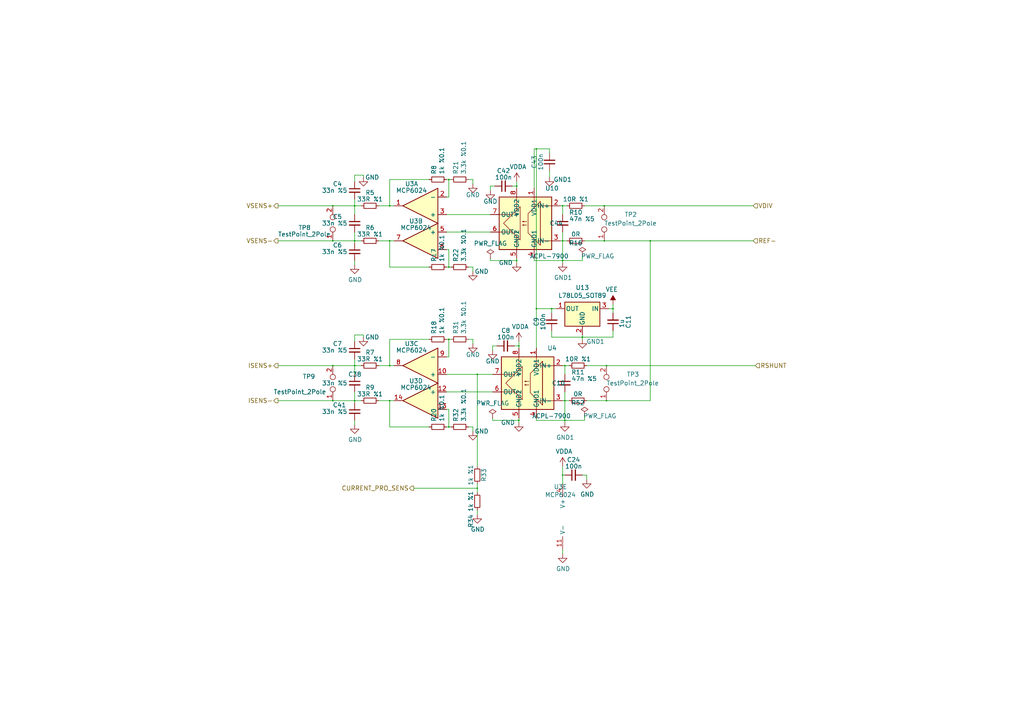
<source format=kicad_sch>
(kicad_sch (version 20200828) (generator eeschema)
  (page 2 8)
  (paper "A4")
  (lib_symbols
    (symbol "Connector:TestPoint_2Pole" (pin_names (offset 0.762) hide)
      (property "Reference" "TP" (at 0 1.524 0))
      (property "Value" "TestPoint_2Pole" (at 0 -1.778 0))
      (symbol "TestPoint_2Pole_0_1"
        (circle (center -1.778 0) (radius 0.762))
        (circle (center 1.778 0) (radius 0.762))
        (pin passive line (at -5.08 0 0) (length 2.54) (name "1") (number "1"))
        (pin passive line (at 5.08 0 180) (length 2.54) (name "2") (number "2"))
      )
    )
    (symbol "Connector:TestPoint_2Pole_1" (pin_names (offset 0.762) hide)
      (property "Reference" "TP" (at 0 1.524 0))
      (property "Value" "TestPoint_2Pole" (at 0 -1.778 0))
      (symbol "TestPoint_2Pole_1_0_1"
        (circle (center -1.778 0) (radius 0.762))
        (circle (center 1.778 0) (radius 0.762))
        (pin passive line (at -5.08 0 0) (length 2.54) (name "1") (number "1"))
        (pin passive line (at 5.08 0 180) (length 2.54) (name "2") (number "2"))
      )
    )
    (symbol "Connector:TestPoint_2Pole_2" (pin_names (offset 0.762) hide)
      (property "Reference" "TP" (at 0 1.524 0))
      (property "Value" "TestPoint_2Pole" (at 0 -1.778 0))
      (symbol "TestPoint_2Pole_2_0_1"
        (circle (center -1.778 0) (radius 0.762))
        (circle (center 1.778 0) (radius 0.762))
        (pin passive line (at -5.08 0 0) (length 2.54) (name "1") (number "1"))
        (pin passive line (at 5.08 0 180) (length 2.54) (name "2") (number "2"))
      )
    )
    (symbol "Connector:TestPoint_2Pole_4" (pin_names (offset 0.762) hide)
      (property "Reference" "TP" (at 0 1.524 0))
      (property "Value" "TestPoint_2Pole" (at 0 -1.778 0))
      (symbol "TestPoint_2Pole_4_0_1"
        (circle (center -1.778 0) (radius 0.762))
        (circle (center 1.778 0) (radius 0.762))
        (pin passive line (at -5.08 0 0) (length 2.54) (name "1") (number "1"))
        (pin passive line (at 5.08 0 180) (length 2.54) (name "2") (number "2"))
      )
    )
    (symbol "Device:C_Small" (pin_numbers hide) (pin_names (offset 0.254) hide)
      (property "Reference" "C" (at 0.254 1.778 0))
      (property "Value" "C_Small" (at 0.254 -2.032 0))
      (symbol "C_Small_0_1"
        (polyline (pts (xy -1.524 -0.508) (xy 1.524 -0.508)) (stroke (width 0.3302)))
        (polyline (pts (xy -1.524 0.508) (xy 1.524 0.508)) (stroke (width 0.3048)))
      )
      (symbol "C_Small_1_1"
        (pin passive line (at 0 2.54 270) (length 2.032) (name "~") (number "1"))
        (pin passive line (at 0 -2.54 90) (length 2.032) (name "~") (number "2"))
      )
    )
    (symbol "Device:C_Small_11" (pin_numbers hide) (pin_names (offset 0.254) hide)
      (property "Reference" "C" (at 0.254 1.778 0))
      (property "Value" "C_Small" (at 0.254 -2.032 0))
      (symbol "C_Small_11_0_1"
        (polyline (pts (xy -1.524 -0.508) (xy 1.524 -0.508)) (stroke (width 0.3302)))
        (polyline (pts (xy -1.524 0.508) (xy 1.524 0.508)) (stroke (width 0.3048)))
      )
      (symbol "C_Small_11_1_1"
        (pin passive line (at 0 2.54 270) (length 2.032) (name "~") (number "1"))
        (pin passive line (at 0 -2.54 90) (length 2.032) (name "~") (number "2"))
      )
    )
    (symbol "Device:C_Small_14" (pin_numbers hide) (pin_names (offset 0.254) hide)
      (property "Reference" "C" (at 0.254 1.778 0))
      (property "Value" "C_Small" (at 0.254 -2.032 0))
      (symbol "C_Small_14_0_1"
        (polyline (pts (xy -1.524 -0.508) (xy 1.524 -0.508)) (stroke (width 0.3302)))
        (polyline (pts (xy -1.524 0.508) (xy 1.524 0.508)) (stroke (width 0.3048)))
      )
      (symbol "C_Small_14_1_1"
        (pin passive line (at 0 2.54 270) (length 2.032) (name "~") (number "1"))
        (pin passive line (at 0 -2.54 90) (length 2.032) (name "~") (number "2"))
      )
    )
    (symbol "Device:C_Small_15" (pin_numbers hide) (pin_names (offset 0.254) hide)
      (property "Reference" "C" (at 0.254 1.778 0))
      (property "Value" "C_Small" (at 0.254 -2.032 0))
      (symbol "C_Small_15_0_1"
        (polyline (pts (xy -1.524 -0.508) (xy 1.524 -0.508)) (stroke (width 0.3302)))
        (polyline (pts (xy -1.524 0.508) (xy 1.524 0.508)) (stroke (width 0.3048)))
      )
      (symbol "C_Small_15_1_1"
        (pin passive line (at 0 2.54 270) (length 2.032) (name "~") (number "1"))
        (pin passive line (at 0 -2.54 90) (length 2.032) (name "~") (number "2"))
      )
    )
    (symbol "Device:C_Small_16" (pin_numbers hide) (pin_names (offset 0.254) hide)
      (property "Reference" "C" (at 0.254 1.778 0))
      (property "Value" "C_Small" (at 0.254 -2.032 0))
      (symbol "C_Small_16_0_1"
        (polyline (pts (xy -1.524 -0.508) (xy 1.524 -0.508)) (stroke (width 0.3302)))
        (polyline (pts (xy -1.524 0.508) (xy 1.524 0.508)) (stroke (width 0.3048)))
      )
      (symbol "C_Small_16_1_1"
        (pin passive line (at 0 2.54 270) (length 2.032) (name "~") (number "1"))
        (pin passive line (at 0 -2.54 90) (length 2.032) (name "~") (number "2"))
      )
    )
    (symbol "Device:C_Small_17" (pin_numbers hide) (pin_names (offset 0.254) hide)
      (property "Reference" "C" (at 0.254 1.778 0))
      (property "Value" "C_Small" (at 0.254 -2.032 0))
      (symbol "C_Small_17_0_1"
        (polyline (pts (xy -1.524 -0.508) (xy 1.524 -0.508)) (stroke (width 0.3302)))
        (polyline (pts (xy -1.524 0.508) (xy 1.524 0.508)) (stroke (width 0.3048)))
      )
      (symbol "C_Small_17_1_1"
        (pin passive line (at 0 2.54 270) (length 2.032) (name "~") (number "1"))
        (pin passive line (at 0 -2.54 90) (length 2.032) (name "~") (number "2"))
      )
    )
    (symbol "Device:C_Small_18" (pin_numbers hide) (pin_names (offset 0.254) hide)
      (property "Reference" "C" (at 0.254 1.778 0))
      (property "Value" "C_Small" (at 0.254 -2.032 0))
      (symbol "C_Small_18_0_1"
        (polyline (pts (xy -1.524 -0.508) (xy 1.524 -0.508)) (stroke (width 0.3302)))
        (polyline (pts (xy -1.524 0.508) (xy 1.524 0.508)) (stroke (width 0.3048)))
      )
      (symbol "C_Small_18_1_1"
        (pin passive line (at 0 2.54 270) (length 2.032) (name "~") (number "1"))
        (pin passive line (at 0 -2.54 90) (length 2.032) (name "~") (number "2"))
      )
    )
    (symbol "Device:C_Small_19" (pin_numbers hide) (pin_names (offset 0.254) hide)
      (property "Reference" "C" (at 0.254 1.778 0))
      (property "Value" "C_Small" (at 0.254 -2.032 0))
      (symbol "C_Small_19_0_1"
        (polyline (pts (xy -1.524 -0.508) (xy 1.524 -0.508)) (stroke (width 0.3302)))
        (polyline (pts (xy -1.524 0.508) (xy 1.524 0.508)) (stroke (width 0.3048)))
      )
      (symbol "C_Small_19_1_1"
        (pin passive line (at 0 2.54 270) (length 2.032) (name "~") (number "1"))
        (pin passive line (at 0 -2.54 90) (length 2.032) (name "~") (number "2"))
      )
    )
    (symbol "Device:C_Small_2" (pin_numbers hide) (pin_names (offset 0.254) hide)
      (property "Reference" "C" (at 0.254 1.778 0))
      (property "Value" "C_Small" (at 0.254 -2.032 0))
      (symbol "C_Small_2_0_1"
        (polyline (pts (xy -1.524 -0.508) (xy 1.524 -0.508)) (stroke (width 0.3302)))
        (polyline (pts (xy -1.524 0.508) (xy 1.524 0.508)) (stroke (width 0.3048)))
      )
      (symbol "C_Small_2_1_1"
        (pin passive line (at 0 2.54 270) (length 2.032) (name "~") (number "1"))
        (pin passive line (at 0 -2.54 90) (length 2.032) (name "~") (number "2"))
      )
    )
    (symbol "Device:C_Small_5" (pin_numbers hide) (pin_names (offset 0.254) hide)
      (property "Reference" "C" (at 0.254 1.778 0))
      (property "Value" "C_Small" (at 0.254 -2.032 0))
      (symbol "C_Small_5_0_1"
        (polyline (pts (xy -1.524 -0.508) (xy 1.524 -0.508)) (stroke (width 0.3302)))
        (polyline (pts (xy -1.524 0.508) (xy 1.524 0.508)) (stroke (width 0.3048)))
      )
      (symbol "C_Small_5_1_1"
        (pin passive line (at 0 2.54 270) (length 2.032) (name "~") (number "1"))
        (pin passive line (at 0 -2.54 90) (length 2.032) (name "~") (number "2"))
      )
    )
    (symbol "Device:C_Small_6" (pin_numbers hide) (pin_names (offset 0.254) hide)
      (property "Reference" "C" (at 0.254 1.778 0))
      (property "Value" "C_Small" (at 0.254 -2.032 0))
      (symbol "C_Small_6_0_1"
        (polyline (pts (xy -1.524 -0.508) (xy 1.524 -0.508)) (stroke (width 0.3302)))
        (polyline (pts (xy -1.524 0.508) (xy 1.524 0.508)) (stroke (width 0.3048)))
      )
      (symbol "C_Small_6_1_1"
        (pin passive line (at 0 2.54 270) (length 2.032) (name "~") (number "1"))
        (pin passive line (at 0 -2.54 90) (length 2.032) (name "~") (number "2"))
      )
    )
    (symbol "Device:C_Small_9" (pin_numbers hide) (pin_names (offset 0.254) hide)
      (property "Reference" "C" (at 0.254 1.778 0))
      (property "Value" "C_Small" (at 0.254 -2.032 0))
      (symbol "C_Small_9_0_1"
        (polyline (pts (xy -1.524 -0.508) (xy 1.524 -0.508)) (stroke (width 0.3302)))
        (polyline (pts (xy -1.524 0.508) (xy 1.524 0.508)) (stroke (width 0.3048)))
      )
      (symbol "C_Small_9_1_1"
        (pin passive line (at 0 2.54 270) (length 2.032) (name "~") (number "1"))
        (pin passive line (at 0 -2.54 90) (length 2.032) (name "~") (number "2"))
      )
    )
    (symbol "Device:R_Small" (pin_numbers hide) (pin_names (offset 0.254) hide)
      (property "Reference" "R" (at 0.762 0.508 0))
      (property "Value" "R_Small" (at 0.762 -1.016 0))
      (symbol "R_Small_0_1"
        (rectangle (start -0.762 1.778) (end 0.762 -1.778) (stroke (width 0.2032)))
      )
      (symbol "R_Small_1_1"
        (pin passive line (at 0 2.54 270) (length 0.762) (name "~") (number "1"))
        (pin passive line (at 0 -2.54 90) (length 0.762) (name "~") (number "2"))
      )
    )
    (symbol "Device:R_Small_15" (pin_numbers hide) (pin_names (offset 0.254) hide)
      (property "Reference" "R" (at 0.762 0.508 0))
      (property "Value" "R_Small" (at 0.762 -1.016 0))
      (symbol "R_Small_15_0_1"
        (rectangle (start -0.762 1.778) (end 0.762 -1.778) (stroke (width 0.2032)))
      )
      (symbol "R_Small_15_1_1"
        (pin passive line (at 0 2.54 270) (length 0.762) (name "~") (number "1"))
        (pin passive line (at 0 -2.54 90) (length 0.762) (name "~") (number "2"))
      )
    )
    (symbol "Device:R_Small_17" (pin_numbers hide) (pin_names (offset 0.254) hide)
      (property "Reference" "R" (at 0.762 0.508 0))
      (property "Value" "R_Small" (at 0.762 -1.016 0))
      (symbol "R_Small_17_0_1"
        (rectangle (start -0.762 1.778) (end 0.762 -1.778) (stroke (width 0.2032)))
      )
      (symbol "R_Small_17_1_1"
        (pin passive line (at 0 2.54 270) (length 0.762) (name "~") (number "1"))
        (pin passive line (at 0 -2.54 90) (length 0.762) (name "~") (number "2"))
      )
    )
    (symbol "Device:R_Small_3" (pin_numbers hide) (pin_names (offset 0.254) hide)
      (property "Reference" "R" (at 0.762 0.508 0))
      (property "Value" "R_Small" (at 0.762 -1.016 0))
      (symbol "R_Small_3_0_1"
        (rectangle (start -0.762 1.778) (end 0.762 -1.778) (stroke (width 0.2032)))
      )
      (symbol "R_Small_3_1_1"
        (pin passive line (at 0 2.54 270) (length 0.762) (name "~") (number "1"))
        (pin passive line (at 0 -2.54 90) (length 0.762) (name "~") (number "2"))
      )
    )
    (symbol "Regulator_Linear:L78L05_SOT89" (pin_names (offset 0.254))
      (property "Reference" "U" (at -3.81 3.175 0))
      (property "Value" "L78L05_SOT89" (at -0.635 3.175 0))
      (symbol "L78L05_SOT89_0_1"
        (rectangle (start -5.08 1.905) (end 5.08 -5.08) (stroke (width 0.254)) (fill (type background)))
      )
      (symbol "L78L05_SOT89_1_1"
        (pin power_out line (at 7.62 0 180) (length 2.54) (name "OUT") (number "1"))
        (pin power_in line (at 0 -7.62 90) (length 2.54) (name "GND") (number "2"))
        (pin power_in line (at -7.62 0 0) (length 2.54) (name "IN") (number "3"))
      )
    )
    (symbol "oe_opamp:ACPL-7900"
      (property "Reference" "U" (at 10.795 8.255 0))
      (property "Value" "ACPL-7900" (at 11.43 10.795 0))
      (symbol "ACPL-7900_0_1"
        (rectangle (start -7.62 6.35) (end 7.62 -8.89) (stroke (width 0.254)) (fill (type background)))
        (polyline (pts (xy -7.62 -6.35) (xy -4.318 -6.35)))
        (polyline (pts (xy -7.62 3.81) (xy -4.318 3.81)))
        (polyline (pts (xy -4.318 5.08) (xy -4.318 -7.62)))
        (polyline (pts (xy -4.064 -6.35) (xy -3.556 -6.35)))
        (polyline (pts (xy -4.064 3.81) (xy -3.556 3.81)))
        (polyline (pts (xy -3.81 4.064) (xy -3.81 3.556)))
        (polyline (pts (xy -2.54 -8.89) (xy -2.54 -5.842)))
        (polyline (pts (xy -2.54 6.35) (xy -2.54 3.302)))
        (polyline (pts (xy 2.54 -8.89) (xy 2.54 -5.08)))
        (polyline (pts (xy 2.54 6.35) (xy 2.54 2.54)))
        (polyline (pts (xy 2.794 1.524) (xy 2.794 1.016)))
        (polyline (pts (xy 3.048 -3.81) (xy 2.54 -3.81)))
        (polyline (pts (xy 3.048 1.27) (xy 2.54 1.27)))
        (polyline (pts (xy 7.62 -3.81) (xy 3.81 -3.81)))
        (polyline (pts (xy 7.62 1.27) (xy 3.81 1.27)))
        (polyline (pts (xy 6.35 -1.27) (xy 1.524 -6.096) (xy 1.524 3.556) (xy 6.35 -1.27)))
        (polyline (pts (xy -4.318 -7.62) (xy -0.762 -4.064) (xy -0.762 1.524) (xy -4.318 5.08) (xy -4.318 -7.62)))
        (polyline (pts (xy -0.381 -1.778) (xy 0.889 -1.778) (xy 0.508 -1.905) (xy 0.508 -1.651) (xy 0.889 -1.778)))
        (polyline (pts (xy -0.381 -0.762) (xy 0.889 -0.762) (xy 0.508 -0.889) (xy 0.508 -0.635) (xy 0.889 -0.762)))
      )
      (symbol "ACPL-7900_1_1"
        (pin power_in line (at -2.54 8.89 270) (length 2.54) (name "VDD1") (number "1"))
        (pin input line (at -10.16 3.81 0) (length 2.54) (name "IN+") (number "2"))
        (pin input line (at -10.16 -6.35 0) (length 2.54) (name "IN-") (number "3"))
        (pin power_in line (at -2.54 -11.43 90) (length 2.54) (name "GND1") (number "4"))
        (pin power_in line (at 2.54 -11.43 90) (length 2.54) (name "GND2") (number "5"))
        (pin output line (at 10.16 -3.81 180) (length 2.54) (name "OUT-") (number "6"))
        (pin output line (at 10.16 1.27 180) (length 2.54) (name "OUT+") (number "7"))
        (pin power_in line (at 2.54 8.89 270) (length 2.54) (name "VDD2") (number "8"))
      )
    )
    (symbol "oe_opamp:MCP6024"
      (property "Reference" "U" (at 5.08 6.985 0))
      (property "Value" "MCP6024" (at 4.445 8.89 0))
      (symbol "MCP6024_1_1"
        (polyline (pts (xy -4.445 5.08) (xy 5.715 0) (xy -4.445 -5.08) (xy -4.445 5.08)) (stroke (width 0.254)) (fill (type background)))
        (pin output line (at 8.255 0 180) (length 2.54) (name "~") (number "1"))
        (pin input line (at -6.985 -2.54 0) (length 2.54) (name "-") (number "2"))
        (pin input line (at -6.985 2.54 0) (length 2.54) (name "+") (number "3"))
      )
      (symbol "MCP6024_2_1"
        (polyline (pts (xy -4.445 5.08) (xy 5.715 0) (xy -4.445 -5.08) (xy -4.445 5.08)) (stroke (width 0.254)) (fill (type background)))
        (pin input line (at -6.985 2.54 0) (length 2.54) (name "+") (number "5"))
        (pin input line (at -6.985 -2.54 0) (length 2.54) (name "-") (number "6"))
        (pin output line (at 8.255 0 180) (length 2.54) (name "~") (number "7"))
      )
      (symbol "MCP6024_3_1"
        (polyline (pts (xy -4.445 5.08) (xy 5.715 0) (xy -4.445 -5.08) (xy -4.445 5.08)) (stroke (width 0.254)) (fill (type background)))
        (pin input line (at -6.985 2.54 0) (length 2.54) (name "+") (number "10"))
        (pin output line (at 8.255 0 180) (length 2.54) (name "~") (number "8"))
        (pin input line (at -6.985 -2.54 0) (length 2.54) (name "-") (number "9"))
      )
      (symbol "MCP6024_4_1"
        (polyline (pts (xy -4.445 5.08) (xy 5.715 0) (xy -4.445 -5.08) (xy -4.445 5.08)) (stroke (width 0.254)) (fill (type background)))
        (pin input line (at -6.985 2.54 0) (length 2.54) (name "+") (number "12"))
        (pin input line (at -6.985 -2.54 0) (length 2.54) (name "-") (number "13"))
        (pin output line (at 8.255 0 180) (length 2.54) (name "~") (number "14"))
      )
      (symbol "MCP6024_5_1"
        (pin power_in line (at 0 -8.89 90) (length 3.81) (name "V-") (number "11"))
        (pin power_in line (at 0 10.16 270) (length 3.81) (name "V+") (number "4"))
      )
    )
    (symbol "power:GND" (power) (pin_names (offset 0))
      (property "Value" "GND" (at 0 -3.81 0))
      (symbol "GND_0_1"
        (polyline (pts (xy 0 0) (xy 0 -1.27) (xy 1.27 -1.27) (xy 0 -2.54) (xy -1.27 -1.27) (xy 0 -1.27)))
      )
      (symbol "GND_1_1"
        (pin power_in line (at 0 0 270) (length 0) hide (name "GND") (number "1"))
      )
    )
    (symbol "power:GND1" (power) (pin_names (offset 0))
      (property "Value" "GND1" (at 0 -3.81 0))
      (symbol "GND1_0_1"
        (polyline (pts (xy 0 0) (xy 0 -1.27) (xy 1.27 -1.27) (xy 0 -2.54) (xy -1.27 -1.27) (xy 0 -1.27)))
      )
      (symbol "GND1_1_1"
        (pin power_in line (at 0 0 270) (length 0) hide (name "GND1") (number "1"))
      )
    )
    (symbol "power:PWR_FLAG" (power) (pin_numbers hide) (pin_names (offset 0) hide)
      (property "Value" "PWR_FLAG" (at 0 3.81 0))
      (symbol "PWR_FLAG_0_1"
        (polyline (pts (xy 0 0) (xy 0 1.27) (xy -1.016 1.905) (xy 0 2.54) (xy 1.016 1.905) (xy 0 1.27)))
      )
      (symbol "PWR_FLAG_0_0"
        (pin power_out line (at 0 0 90) (length 0) (name "pwr") (number "1"))
      )
    )
    (symbol "power:PWR_FLAG_1" (power) (pin_numbers hide) (pin_names (offset 0) hide)
      (property "Value" "PWR_FLAG" (at 0 3.81 0))
      (symbol "PWR_FLAG_1_0_1"
        (polyline (pts (xy 0 0) (xy 0 1.27) (xy -1.016 1.905) (xy 0 2.54) (xy 1.016 1.905) (xy 0 1.27)))
      )
      (symbol "PWR_FLAG_1_0_0"
        (pin power_out line (at 0 0 90) (length 0) (name "pwr") (number "1"))
      )
    )
    (symbol "power:PWR_FLAG_2" (power) (pin_numbers hide) (pin_names (offset 0) hide)
      (property "Value" "PWR_FLAG" (at 0 3.81 0))
      (symbol "PWR_FLAG_2_0_1"
        (polyline (pts (xy 0 0) (xy 0 1.27) (xy -1.016 1.905) (xy 0 2.54) (xy 1.016 1.905) (xy 0 1.27)))
      )
      (symbol "PWR_FLAG_2_0_0"
        (pin power_out line (at 0 0 90) (length 0) (name "pwr") (number "1"))
      )
    )
    (symbol "power:VDDA" (power) (pin_names (offset 0))
      (property "Value" "VDDA" (at 0 3.81 0))
      (symbol "VDDA_0_1"
        (polyline (pts (xy -0.762 1.27) (xy 0 2.54)))
        (polyline (pts (xy 0 0) (xy 0 2.54)))
        (polyline (pts (xy 0 2.54) (xy 0.762 1.27)))
      )
      (symbol "VDDA_1_1"
        (pin power_in line (at 0 0 90) (length 0) hide (name "VDDA") (number "1"))
      )
    )
    (symbol "power:VEE" (power) (pin_names (offset 0))
      (property "Value" "VEE" (at 0 3.81 0))
      (symbol "VEE_0_1"
        (polyline (pts (xy 0 0) (xy 0 2.54)))
        (polyline (pts (xy 0.762 1.27) (xy -0.762 1.27) (xy 0 2.54) (xy 0.762 1.27)) (fill (type outline)))
      )
      (symbol "VEE_1_1"
        (pin power_in line (at 0 0 90) (length 0) hide (name "VEE") (number "1"))
      )
    )
  )
  (junction (at 96.52 59.69) (diameter 0.3048))
  (junction (at 96.52 69.85) (diameter 0.3048))
  (junction (at 96.52 106.045) (diameter 0.3048))
  (junction (at 96.52 116.205) (diameter 0.3048))
  (junction (at 102.87 59.69) (diameter 0.3048))
  (junction (at 102.87 69.85) (diameter 0.3048))
  (junction (at 102.87 106.045) (diameter 0.3048))
  (junction (at 102.87 116.205) (diameter 0.3048))
  (junction (at 113.03 59.69) (diameter 0.3048))
  (junction (at 113.03 69.85) (diameter 0.3048))
  (junction (at 113.03 106.045) (diameter 0.3048))
  (junction (at 113.03 116.205) (diameter 0.3048))
  (junction (at 130.175 52.07) (diameter 0.3048))
  (junction (at 130.175 77.47) (diameter 0.3048))
  (junction (at 130.175 98.425) (diameter 0.3048))
  (junction (at 130.175 123.825) (diameter 0.3048))
  (junction (at 138.43 108.585) (diameter 0.3048))
  (junction (at 138.43 141.605) (diameter 0.3048))
  (junction (at 149.86 53.975) (diameter 0.3048))
  (junction (at 149.86 75.565) (diameter 0.3048))
  (junction (at 150.495 100.33) (diameter 0.3048))
  (junction (at 150.495 121.92) (diameter 0.3048))
  (junction (at 155.575 43.18) (diameter 0.3048))
  (junction (at 155.575 89.535) (diameter 0.3048))
  (junction (at 160.02 89.535) (diameter 0.3048))
  (junction (at 163.195 59.69) (diameter 0.3048))
  (junction (at 163.195 69.85) (diameter 0.3048))
  (junction (at 163.195 75.565) (diameter 0.3048))
  (junction (at 163.195 137.795) (diameter 0.3048))
  (junction (at 163.83 106.045) (diameter 0.3048))
  (junction (at 163.83 116.205) (diameter 0.3048))
  (junction (at 163.83 121.92) (diameter 0.3048))
  (junction (at 168.91 97.79) (diameter 0.3048))
  (junction (at 175.26 59.69) (diameter 0.3048))
  (junction (at 175.26 69.85) (diameter 0.3048))
  (junction (at 175.895 106.045) (diameter 0.3048))
  (junction (at 175.895 116.205) (diameter 0.3048))
  (junction (at 177.8 89.535) (diameter 0.3048))
  (junction (at 188.595 69.85) (diameter 0.3048))
  (wire (pts (xy 80.645 59.69) (xy 96.52 59.69)))
  (wire (pts (xy 80.645 69.85) (xy 96.52 69.85)))
  (wire (pts (xy 80.645 106.045) (xy 96.52 106.045)))
  (wire (pts (xy 80.645 116.205) (xy 96.52 116.205)))
  (wire (pts (xy 96.52 59.69) (xy 102.87 59.69)))
  (wire (pts (xy 96.52 69.85) (xy 102.87 69.85)))
  (wire (pts (xy 96.52 106.045) (xy 102.87 106.045)))
  (wire (pts (xy 96.52 116.205) (xy 102.87 116.205)))
  (wire (pts (xy 102.87 50.8) (xy 105.41 50.8)))
  (wire (pts (xy 102.87 52.705) (xy 102.87 50.8)))
  (wire (pts (xy 102.87 57.785) (xy 102.87 59.69)))
  (wire (pts (xy 102.87 59.69) (xy 102.87 62.23)))
  (wire (pts (xy 102.87 59.69) (xy 104.775 59.69)))
  (wire (pts (xy 102.87 67.31) (xy 102.87 69.85)))
  (wire (pts (xy 102.87 69.85) (xy 102.87 70.485)))
  (wire (pts (xy 102.87 69.85) (xy 104.775 69.85)))
  (wire (pts (xy 102.87 75.565) (xy 102.87 76.835)))
  (wire (pts (xy 102.87 97.155) (xy 105.41 97.155)))
  (wire (pts (xy 102.87 99.06) (xy 102.87 97.155)))
  (wire (pts (xy 102.87 104.14) (xy 102.87 106.045)))
  (wire (pts (xy 102.87 106.045) (xy 102.87 108.585)))
  (wire (pts (xy 102.87 106.045) (xy 104.775 106.045)))
  (wire (pts (xy 102.87 113.665) (xy 102.87 116.205)))
  (wire (pts (xy 102.87 116.205) (xy 102.87 116.84)))
  (wire (pts (xy 102.87 116.205) (xy 104.775 116.205)))
  (wire (pts (xy 102.87 121.92) (xy 102.87 123.19)))
  (wire (pts (xy 105.41 50.8) (xy 105.41 51.435)))
  (wire (pts (xy 105.41 97.155) (xy 105.41 97.79)))
  (wire (pts (xy 109.855 59.69) (xy 113.03 59.69)))
  (wire (pts (xy 109.855 69.85) (xy 113.03 69.85)))
  (wire (pts (xy 109.855 106.045) (xy 113.03 106.045)))
  (wire (pts (xy 109.855 116.205) (xy 113.03 116.205)))
  (wire (pts (xy 113.03 52.07) (xy 113.03 59.69)))
  (wire (pts (xy 113.03 59.69) (xy 114.3 59.69)))
  (wire (pts (xy 113.03 69.85) (xy 113.03 77.47)))
  (wire (pts (xy 113.03 69.85) (xy 114.3 69.85)))
  (wire (pts (xy 113.03 77.47) (xy 124.46 77.47)))
  (wire (pts (xy 113.03 98.425) (xy 113.03 106.045)))
  (wire (pts (xy 113.03 106.045) (xy 114.3 106.045)))
  (wire (pts (xy 113.03 116.205) (xy 113.03 123.825)))
  (wire (pts (xy 113.03 116.205) (xy 114.3 116.205)))
  (wire (pts (xy 113.03 123.825) (xy 124.46 123.825)))
  (wire (pts (xy 120.015 141.605) (xy 138.43 141.605)))
  (wire (pts (xy 124.46 52.07) (xy 113.03 52.07)))
  (wire (pts (xy 124.46 98.425) (xy 113.03 98.425)))
  (wire (pts (xy 129.54 57.15) (xy 130.175 57.15)))
  (wire (pts (xy 129.54 62.23) (xy 142.24 62.23)))
  (wire (pts (xy 129.54 67.31) (xy 142.24 67.31)))
  (wire (pts (xy 129.54 72.39) (xy 130.175 72.39)))
  (wire (pts (xy 129.54 103.505) (xy 130.175 103.505)))
  (wire (pts (xy 129.54 108.585) (xy 138.43 108.585)))
  (wire (pts (xy 129.54 113.665) (xy 142.875 113.665)))
  (wire (pts (xy 129.54 118.745) (xy 130.175 118.745)))
  (wire (pts (xy 130.175 52.07) (xy 129.54 52.07)))
  (wire (pts (xy 130.175 52.07) (xy 130.81 52.07)))
  (wire (pts (xy 130.175 57.15) (xy 130.175 52.07)))
  (wire (pts (xy 130.175 72.39) (xy 130.175 77.47)))
  (wire (pts (xy 130.175 77.47) (xy 129.54 77.47)))
  (wire (pts (xy 130.175 77.47) (xy 130.81 77.47)))
  (wire (pts (xy 130.175 98.425) (xy 129.54 98.425)))
  (wire (pts (xy 130.175 98.425) (xy 130.81 98.425)))
  (wire (pts (xy 130.175 103.505) (xy 130.175 98.425)))
  (wire (pts (xy 130.175 118.745) (xy 130.175 123.825)))
  (wire (pts (xy 130.175 123.825) (xy 129.54 123.825)))
  (wire (pts (xy 130.175 123.825) (xy 130.81 123.825)))
  (wire (pts (xy 135.89 52.07) (xy 137.16 52.07)))
  (wire (pts (xy 135.89 77.47) (xy 137.16 77.47)))
  (wire (pts (xy 135.89 98.425) (xy 137.16 98.425)))
  (wire (pts (xy 135.89 123.825) (xy 137.16 123.825)))
  (wire (pts (xy 137.16 52.07) (xy 137.16 53.34)))
  (wire (pts (xy 137.16 77.47) (xy 137.16 78.74)))
  (wire (pts (xy 137.16 98.425) (xy 137.16 99.695)))
  (wire (pts (xy 137.16 123.825) (xy 137.16 125.095)))
  (wire (pts (xy 138.43 108.585) (xy 138.43 135.255)))
  (wire (pts (xy 138.43 108.585) (xy 142.875 108.585)))
  (wire (pts (xy 138.43 140.335) (xy 138.43 141.605)))
  (wire (pts (xy 138.43 141.605) (xy 138.43 142.875)))
  (wire (pts (xy 138.43 147.955) (xy 138.43 149.225)))
  (wire (pts (xy 142.24 53.975) (xy 143.51 53.975)))
  (wire (pts (xy 142.24 55.245) (xy 142.24 53.975)))
  (wire (pts (xy 142.24 74.93) (xy 142.24 75.565)))
  (wire (pts (xy 142.24 75.565) (xy 149.86 75.565)))
  (wire (pts (xy 142.875 100.33) (xy 144.145 100.33)))
  (wire (pts (xy 142.875 101.6) (xy 142.875 100.33)))
  (wire (pts (xy 142.875 121.285) (xy 142.875 121.92)))
  (wire (pts (xy 142.875 121.92) (xy 150.495 121.92)))
  (wire (pts (xy 148.59 53.975) (xy 149.86 53.975)))
  (wire (pts (xy 149.225 100.33) (xy 150.495 100.33)))
  (wire (pts (xy 149.86 52.705) (xy 149.86 53.975)))
  (wire (pts (xy 149.86 53.975) (xy 149.86 54.61)))
  (wire (pts (xy 149.86 74.93) (xy 149.86 75.565)))
  (wire (pts (xy 149.86 75.565) (xy 149.86 76.2)))
  (wire (pts (xy 150.495 99.06) (xy 150.495 100.33)))
  (wire (pts (xy 150.495 100.33) (xy 150.495 100.965)))
  (wire (pts (xy 150.495 121.285) (xy 150.495 121.92)))
  (wire (pts (xy 150.495 121.92) (xy 150.495 122.555)))
  (wire (pts (xy 154.94 43.18) (xy 154.94 54.61)))
  (wire (pts (xy 154.94 43.18) (xy 155.575 43.18)))
  (wire (pts (xy 154.94 74.93) (xy 154.94 75.565)))
  (wire (pts (xy 154.94 75.565) (xy 163.195 75.565)))
  (wire (pts (xy 155.575 43.18) (xy 155.575 89.535)))
  (wire (pts (xy 155.575 43.18) (xy 159.385 43.18)))
  (wire (pts (xy 155.575 89.535) (xy 155.575 100.965)))
  (wire (pts (xy 155.575 89.535) (xy 160.02 89.535)))
  (wire (pts (xy 155.575 121.285) (xy 155.575 121.92)))
  (wire (pts (xy 155.575 121.92) (xy 163.83 121.92)))
  (wire (pts (xy 159.385 43.18) (xy 159.385 44.45)))
  (wire (pts (xy 159.385 51.435) (xy 159.385 49.53)))
  (wire (pts (xy 160.02 89.535) (xy 160.02 90.805)))
  (wire (pts (xy 160.02 89.535) (xy 161.29 89.535)))
  (wire (pts (xy 160.02 97.79) (xy 160.02 95.885)))
  (wire (pts (xy 162.56 59.69) (xy 163.195 59.69)))
  (wire (pts (xy 162.56 69.85) (xy 163.195 69.85)))
  (wire (pts (xy 163.195 59.69) (xy 163.195 62.23)))
  (wire (pts (xy 163.195 59.69) (xy 164.465 59.69)))
  (wire (pts (xy 163.195 67.31) (xy 163.195 69.85)))
  (wire (pts (xy 163.195 69.85) (xy 164.465 69.85)))
  (wire (pts (xy 163.195 75.565) (xy 163.195 69.85)))
  (wire (pts (xy 163.195 75.565) (xy 163.195 76.2)))
  (wire (pts (xy 163.195 75.565) (xy 168.91 75.565)))
  (wire (pts (xy 163.195 106.045) (xy 163.83 106.045)))
  (wire (pts (xy 163.195 116.205) (xy 163.83 116.205)))
  (wire (pts (xy 163.195 135.255) (xy 163.195 137.795)))
  (wire (pts (xy 163.195 137.795) (xy 163.195 140.335)))
  (wire (pts (xy 163.195 137.795) (xy 163.83 137.795)))
  (wire (pts (xy 163.195 159.385) (xy 163.195 160.655)))
  (wire (pts (xy 163.83 106.045) (xy 163.83 108.585)))
  (wire (pts (xy 163.83 106.045) (xy 165.1 106.045)))
  (wire (pts (xy 163.83 113.665) (xy 163.83 116.205)))
  (wire (pts (xy 163.83 116.205) (xy 165.1 116.205)))
  (wire (pts (xy 163.83 121.92) (xy 163.83 116.205)))
  (wire (pts (xy 163.83 121.92) (xy 163.83 122.555)))
  (wire (pts (xy 163.83 121.92) (xy 169.545 121.92)))
  (wire (pts (xy 168.91 75.565) (xy 168.91 74.295)))
  (wire (pts (xy 168.91 97.155) (xy 168.91 97.79)))
  (wire (pts (xy 168.91 97.79) (xy 160.02 97.79)))
  (wire (pts (xy 168.91 97.79) (xy 168.91 98.425)))
  (wire (pts (xy 168.91 137.795) (xy 170.18 137.795)))
  (wire (pts (xy 169.545 59.69) (xy 175.26 59.69)))
  (wire (pts (xy 169.545 69.85) (xy 175.26 69.85)))
  (wire (pts (xy 169.545 121.92) (xy 169.545 120.65)))
  (wire (pts (xy 170.18 106.045) (xy 175.895 106.045)))
  (wire (pts (xy 170.18 116.205) (xy 175.895 116.205)))
  (wire (pts (xy 170.18 137.795) (xy 170.18 139.065)))
  (wire (pts (xy 175.26 59.69) (xy 218.44 59.69)))
  (wire (pts (xy 175.26 69.85) (xy 188.595 69.85)))
  (wire (pts (xy 175.895 106.045) (xy 219.075 106.045)))
  (wire (pts (xy 175.895 116.205) (xy 188.595 116.205)))
  (wire (pts (xy 177.8 88.265) (xy 177.8 89.535)))
  (wire (pts (xy 177.8 89.535) (xy 176.53 89.535)))
  (wire (pts (xy 177.8 90.805) (xy 177.8 89.535)))
  (wire (pts (xy 177.8 95.885) (xy 177.8 97.79)))
  (wire (pts (xy 177.8 97.79) (xy 168.91 97.79)))
  (wire (pts (xy 188.595 69.85) (xy 218.44 69.85)))
  (wire (pts (xy 188.595 116.205) (xy 188.595 69.85)))
  (hierarchical_label "VSENS+" (shape output) (at 80.645 59.69 180))
  (hierarchical_label "VSENS-" (shape output) (at 80.645 69.85 180))
  (hierarchical_label "ISENS+" (shape output) (at 80.645 106.045 180))
  (hierarchical_label "ISENS-" (shape output) (at 80.645 116.205 180))
  (hierarchical_label "CURRENT_PRO_SENS" (shape output) (at 120.015 141.605 180))
  (hierarchical_label "VDIV" (shape input) (at 218.44 59.69 0))
  (hierarchical_label "REF-" (shape input) (at 218.44 69.85 0))
  (hierarchical_label "RSHUNT" (shape input) (at 219.075 106.045 0))
  (symbol (lib_name "power:PWR_FLAG_2") (lib_id "power:PWR_FLAG") (at 142.24 74.93 0) (unit 1)
    (property "Reference" "#FLG0111" (effects hide))
    (property "Value" "PWR_FLAG" (at 142.24 70.612 0))
  )
  (symbol (lib_id "power:PWR_FLAG") (at 142.875 121.285 0) (unit 1)
    (property "Reference" "#FLG0104" (effects hide))
    (property "Value" "PWR_FLAG" (at 142.875 116.967 0))
  )
  (symbol (lib_name "power:PWR_FLAG_1") (lib_id "power:PWR_FLAG") (at 168.91 74.295 0) (unit 1)
    (property "Reference" "#FLG0112" (effects hide))
    (property "Value" "PWR_FLAG" (at 173.355 74.295 0))
  )
  (symbol (lib_id "power:PWR_FLAG") (at 169.545 120.65 0) (unit 1)
    (property "Reference" "#FLG0105" (effects hide))
    (property "Value" "PWR_FLAG" (at 173.99 120.65 0))
  )
  (symbol (lib_id "power:VDDA") (at 149.86 52.705 0) (unit 1)
    (property "Reference" "#PWR0141" (effects hide))
    (property "Value" "VDDA" (at 150.241 48.387 0))
  )
  (symbol (lib_id "power:VDDA") (at 150.495 99.06 0) (unit 1)
    (property "Reference" "#PWR023" (effects hide))
    (property "Value" "VDDA" (at 150.876 94.742 0))
  )
  (symbol (lib_id "power:VDDA") (at 163.195 135.255 0) (unit 1)
    (property "Reference" "#PWR026" (effects hide))
    (property "Value" "VDDA" (at 163.576 130.937 0))
  )
  (symbol (lib_id "power:VEE") (at 177.8 88.265 0) (mirror y) (unit 1)
    (property "Reference" "#PWR018" (effects hide))
    (property "Value" "VEE" (at 177.419 83.947 0))
  )
  (symbol (lib_id "power:GND") (at 102.87 76.835 0) (unit 1)
    (property "Reference" "#PWR0144" (effects hide))
    (property "Value" "GND" (at 102.997 81.153 0))
  )
  (symbol (lib_id "power:GND") (at 102.87 123.19 0) (unit 1)
    (property "Reference" "#PWR0137" (effects hide))
    (property "Value" "GND" (at 102.997 127.508 0))
  )
  (symbol (lib_id "power:GND") (at 105.41 51.435 0) (unit 1)
    (property "Reference" "#PWR0140" (effects hide))
    (property "Value" "GND" (at 107.95 51.435 0))
  )
  (symbol (lib_id "power:GND") (at 105.41 97.79 0) (unit 1)
    (property "Reference" "#PWR0134" (effects hide))
    (property "Value" "GND" (at 107.95 97.79 0))
  )
  (symbol (lib_id "power:GND") (at 137.16 53.34 0) (unit 1)
    (property "Reference" "#PWR0145" (effects hide))
    (property "Value" "GND" (at 137.16 56.515 0))
  )
  (symbol (lib_id "power:GND") (at 137.16 78.74 0) (unit 1)
    (property "Reference" "#PWR0135" (effects hide))
    (property "Value" "GND" (at 139.7 78.74 0))
  )
  (symbol (lib_id "power:GND") (at 137.16 99.695 0) (unit 1)
    (property "Reference" "#PWR0136" (effects hide))
    (property "Value" "GND" (at 137.16 102.87 0))
  )
  (symbol (lib_id "power:GND") (at 137.16 125.095 0) (unit 1)
    (property "Reference" "#PWR0143" (effects hide))
    (property "Value" "GND" (at 139.7 125.095 0))
  )
  (symbol (lib_id "power:GND") (at 138.43 149.225 0) (unit 1)
    (property "Reference" "#PWR0125" (effects hide))
    (property "Value" "GND" (at 138.5443 153.5494 0))
  )
  (symbol (lib_id "power:GND") (at 142.24 55.245 0) (unit 1)
    (property "Reference" "#PWR0146" (effects hide))
    (property "Value" "GND" (at 142.24 58.42 0))
  )
  (symbol (lib_id "power:GND") (at 142.875 101.6 0) (unit 1)
    (property "Reference" "#PWR013" (effects hide))
    (property "Value" "GND" (at 142.875 104.775 0))
  )
  (symbol (lib_id "power:GND") (at 149.86 76.2 0) (unit 1)
    (property "Reference" "#PWR0139" (effects hide))
    (property "Value" "GND" (at 146.685 76.2 0))
  )
  (symbol (lib_id "power:GND") (at 150.495 122.555 0) (unit 1)
    (property "Reference" "#PWR015" (effects hide))
    (property "Value" "GND" (at 147.32 122.555 0))
  )
  (symbol (lib_id "power:GND1") (at 159.385 51.435 0) (unit 1)
    (property "Reference" "#PWR0142" (effects hide))
    (property "Value" "GND1" (at 163.195 52.07 0))
  )
  (symbol (lib_id "power:GND1") (at 163.195 76.2 0) (unit 1)
    (property "Reference" "#PWR0138" (effects hide))
    (property "Value" "GND1" (at 163.322 80.518 0))
  )
  (symbol (lib_id "power:GND") (at 163.195 160.655 0) (unit 1)
    (property "Reference" "#PWR067" (effects hide))
    (property "Value" "GND" (at 163.322 164.973 0))
  )
  (symbol (lib_id "power:GND1") (at 163.83 122.555 0) (unit 1)
    (property "Reference" "#PWR016" (effects hide))
    (property "Value" "GND1" (at 163.9443 126.8794 0))
  )
  (symbol (lib_id "power:GND1") (at 168.91 98.425 0) (unit 1)
    (property "Reference" "#PWR017" (effects hide))
    (property "Value" "GND1" (at 172.72 99.06 0))
  )
  (symbol (lib_id "power:GND") (at 170.18 139.065 0) (unit 1)
    (property "Reference" "#PWR068" (effects hide))
    (property "Value" "GND" (at 170.307 143.383 0))
  )
  (symbol (lib_id "Device:R_Small") (at 107.315 59.69 90) (unit 1)
    (property "Reference" "R5" (at 107.315 55.88 90))
    (property "Value" "33R %1" (at 107.315 57.785 90))
    (property "Footprint" "Resistor_SMD:R_0805_2012Metric" (effects hide))
    (property "Link" "https://ozdisan.com/passive-components/resistors/smt-smd-and-chip-resistors/0805S8F330JT5E" (effects hide))
    (property "Price" "0.01964TL" (effects hide))
  )
  (symbol (lib_id "Device:R_Small") (at 107.315 69.85 90) (unit 1)
    (property "Reference" "R6" (at 107.315 66.04 90))
    (property "Value" "33R %1" (at 107.315 67.945 90))
    (property "Footprint" "Resistor_SMD:R_0805_2012Metric" (effects hide))
    (property "Link" "https://ozdisan.com/passive-components/resistors/smt-smd-and-chip-resistors/0805S8F330JT5E" (effects hide))
    (property "Price" "0.01964TL" (effects hide))
  )
  (symbol (lib_id "Device:R_Small") (at 107.315 106.045 90) (unit 1)
    (property "Reference" "R7" (at 107.315 102.235 90))
    (property "Value" "33R %1" (at 107.315 104.14 90))
    (property "Footprint" "Resistor_SMD:R_0805_2012Metric" (effects hide))
    (property "Link" "https://ozdisan.com/passive-components/resistors/smt-smd-and-chip-resistors/0805S8F330JT5E" (effects hide))
    (property "Price" "0.01964TL" (effects hide))
  )
  (symbol (lib_id "Device:R_Small") (at 107.315 116.205 90) (unit 1)
    (property "Reference" "R9" (at 107.315 112.395 90))
    (property "Value" "33R %1" (at 107.315 114.3 90))
    (property "Footprint" "Resistor_SMD:R_0805_2012Metric" (effects hide))
    (property "Link" "https://ozdisan.com/passive-components/resistors/smt-smd-and-chip-resistors/0805S8F330JT5E" (effects hide))
    (property "Price" "0.01964TL" (effects hide))
  )
  (symbol (lib_id "Device:R_Small") (at 127 52.07 90) (unit 1)
    (property "Reference" "R8" (at 125.857 50.5714 0) (effects (justify left)))
    (property "Value" "1k %0.1" (at 128.143 50.5714 0) (effects (justify left)))
    (property "Footprint" "Resistor_SMD:R_0805_2012Metric" (effects hide))
    (property "Link" "https://ozdisan.com/passive-components/resistors/smt-smd-and-chip-resistors/0805S8F1001T5E" (effects hide))
    (property "Price" "0.01964TL" (effects hide))
  )
  (symbol (lib_id "Device:R_Small") (at 127 77.47 90) (unit 1)
    (property "Reference" "R17" (at 125.857 75.9714 0) (effects (justify left)))
    (property "Value" "1k %0.1" (at 128.143 75.9714 0) (effects (justify left)))
    (property "Footprint" "Resistor_SMD:R_0805_2012Metric" (effects hide))
    (property "Link" "https://ozdisan.com/passive-components/resistors/smt-smd-and-chip-resistors/0805S8F1001T5E" (effects hide))
    (property "Price" "0.01964TL" (effects hide))
  )
  (symbol (lib_id "Device:R_Small") (at 127 98.425 90) (unit 1)
    (property "Reference" "R18" (at 125.857 96.9264 0) (effects (justify left)))
    (property "Value" "1k %0.1" (at 128.143 96.9264 0) (effects (justify left)))
    (property "Footprint" "Resistor_SMD:R_0805_2012Metric" (effects hide))
    (property "Link" "https://ozdisan.com/passive-components/resistors/smt-smd-and-chip-resistors/0805S8F1001T5E" (effects hide))
    (property "Price" "0.01964TL" (effects hide))
  )
  (symbol (lib_id "Device:R_Small") (at 127 123.825 90) (unit 1)
    (property "Reference" "R20" (at 125.857 122.3264 0) (effects (justify left)))
    (property "Value" "1k %0.1" (at 128.143 122.3264 0) (effects (justify left)))
    (property "Footprint" "Resistor_SMD:R_0805_2012Metric" (effects hide))
    (property "Link" "https://ozdisan.com/passive-components/resistors/smt-smd-and-chip-resistors/0805S8F1001T5E" (effects hide))
    (property "Price" "0.01964TL" (effects hide))
  )
  (symbol (lib_id "Device:R_Small") (at 133.35 52.07 90) (unit 1)
    (property "Reference" "R21" (at 132.207 50.5714 0) (effects (justify left)))
    (property "Value" "3.3k %0.1" (at 134.493 50.5714 0) (effects (justify left)))
    (property "Footprint" "Resistor_SMD:R_0805_2012Metric" (effects hide))
    (property "Link" "https://ozdisan.com/passive-components/resistors/smt-smd-and-chip-resistors/TC0525B3301T5F" (effects hide))
    (property "Price" "0.61992TL" (effects hide))
  )
  (symbol (lib_id "Device:R_Small") (at 133.35 77.47 90) (unit 1)
    (property "Reference" "R22" (at 132.207 75.9714 0) (effects (justify left)))
    (property "Value" "3.3k %0.1" (at 134.493 75.9714 0) (effects (justify left)))
    (property "Footprint" "Resistor_SMD:R_0805_2012Metric" (effects hide))
    (property "Link" "https://ozdisan.com/passive-components/resistors/smt-smd-and-chip-resistors/TC0525B3301T5F" (effects hide))
    (property "Price" "0.61992TL" (effects hide))
  )
  (symbol (lib_id "Device:R_Small") (at 133.35 98.425 90) (unit 1)
    (property "Reference" "R31" (at 132.207 96.9264 0) (effects (justify left)))
    (property "Value" "3.3k %0.1" (at 134.493 96.9264 0) (effects (justify left)))
    (property "Footprint" "Resistor_SMD:R_0805_2012Metric" (effects hide))
    (property "Link" "https://ozdisan.com/passive-components/resistors/smt-smd-and-chip-resistors/TC0525B3301T5F" (effects hide))
    (property "Price" "0.61992TL" (effects hide))
  )
  (symbol (lib_id "Device:R_Small") (at 133.35 123.825 90) (unit 1)
    (property "Reference" "R32" (at 132.207 122.3264 0) (effects (justify left)))
    (property "Value" "3.3k %0.1" (at 134.493 122.3264 0) (effects (justify left)))
    (property "Footprint" "Resistor_SMD:R_0805_2012Metric" (effects hide))
    (property "Link" "https://ozdisan.com/passive-components/resistors/smt-smd-and-chip-resistors/TC0525B3301T5F" (effects hide))
    (property "Price" "0.61992TL" (effects hide))
  )
  (symbol (lib_id "Device:R_Small") (at 138.43 137.795 180) (unit 1)
    (property "Reference" "R33" (at 140.335 137.795 90))
    (property "Value" "1k %1" (at 136.525 137.795 90))
    (property "Footprint" "Resistor_SMD:R_0805_2012Metric" (effects hide))
    (property "Link" "https://ozdisan.com/passive-components/resistors/smt-smd-and-chip-resistors/0805S8F1001T5E" (effects hide))
    (property "Price" "0.01963TL" (effects hide))
  )
  (symbol (lib_id "Device:R_Small") (at 138.43 145.415 180) (unit 1)
    (property "Reference" "R34" (at 136.525 151.13 90))
    (property "Value" "1k %1" (at 136.525 145.415 90))
    (property "Footprint" "Resistor_SMD:R_0805_2012Metric" (effects hide))
    (property "Link" "https://ozdisan.com/passive-components/resistors/smt-smd-and-chip-resistors/0805S8F1001T5E" (effects hide))
    (property "Price" "0.01963TL" (effects hide))
  )
  (symbol (lib_name "Device:R_Small_3") (lib_id "Device:R_Small") (at 167.005 59.69 90) (unit 1)
    (property "Reference" "R10" (at 167.005 61.595 90))
    (property "Value" "10R %1" (at 167.005 57.785 90))
    (property "Footprint" "Resistor_SMD:R_0805_2012Metric" (effects hide))
    (property "Link" "https://ozdisan.com/passive-components/resistors/smt-smd-and-chip-resistors/TC0550F100JT5F" (effects hide))
    (property "Price" "0.17671TL" (effects hide))
  )
  (symbol (lib_name "Device:R_Small_17") (lib_id "Device:R_Small") (at 167.005 69.85 90) (unit 1)
    (property "Reference" "R16" (at 167.005 70.485 90))
    (property "Value" "0R" (at 167.005 67.945 90))
    (property "Footprint" "Resistor_SMD:R_0805_2012Metric" (effects hide))
    (property "Link" "https://ozdisan.com/passive-components/resistors/smt-smd-and-chip-resistors/0805S8J0000T5E" (effects hide))
    (property "Price" "0.01492TL" (effects hide))
  )
  (symbol (lib_name "Device:R_Small_3") (lib_id "Device:R_Small") (at 167.64 106.045 90) (unit 1)
    (property "Reference" "R11" (at 167.64 107.95 90))
    (property "Value" "10R %1" (at 167.64 104.14 90))
    (property "Footprint" "Resistor_SMD:R_0805_2012Metric" (effects hide))
    (property "Link" "https://ozdisan.com/passive-components/resistors/smt-smd-and-chip-resistors/TC0550F100JT5F" (effects hide))
    (property "Price" "0.17671TL" (effects hide))
  )
  (symbol (lib_name "Device:R_Small_15") (lib_id "Device:R_Small") (at 167.64 116.205 90) (unit 1)
    (property "Reference" "R52" (at 167.64 116.84 90))
    (property "Value" "0R" (at 167.64 114.3 90))
    (property "Footprint" "Resistor_SMD:R_0805_2012Metric" (effects hide))
    (property "Link" "https://ozdisan.com/passive-components/resistors/smt-smd-and-chip-resistors/0805S8J0000T5E" (effects hide))
    (property "Price" "0.01492TL" (effects hide))
  )
  (symbol (lib_name "Device:C_Small_14") (lib_id "Device:C_Small") (at 102.87 55.245 0) (unit 1)
    (property "Reference" "C4" (at 96.52 53.34 0) (effects (justify left)))
    (property "Value" "33n %5" (at 93.345 55.245 0) (effects (justify left)))
    (property "Footprint" "Capacitor_SMD:C_0805_2012Metric" (effects hide))
    (property "Link" "https://ozdisan.com/passive-components/capacitors/smt-smd-and-mlcc-capacitors/CL21B333JBANNNC" (effects hide))
    (property "Price" "0.13655TL" (effects hide))
  )
  (symbol (lib_name "Device:C_Small_16") (lib_id "Device:C_Small") (at 102.87 64.77 0) (unit 1)
    (property "Reference" "C5" (at 96.52 62.865 0) (effects (justify left)))
    (property "Value" "33n %5" (at 93.345 64.77 0) (effects (justify left)))
    (property "Footprint" "Capacitor_SMD:C_0805_2012Metric" (effects hide))
    (property "Link" "https://ozdisan.com/passive-components/capacitors/smt-smd-and-mlcc-capacitors/CL21B333JBANNNC" (effects hide))
    (property "Price" "0.13655TL" (effects hide))
  )
  (symbol (lib_name "Device:C_Small_15") (lib_id "Device:C_Small") (at 102.87 73.025 0) (unit 1)
    (property "Reference" "C6" (at 96.52 71.12 0) (effects (justify left)))
    (property "Value" "33n %5" (at 93.345 73.025 0) (effects (justify left)))
    (property "Footprint" "Capacitor_SMD:C_0805_2012Metric" (effects hide))
    (property "Link" "https://ozdisan.com/passive-components/capacitors/smt-smd-and-mlcc-capacitors/CL21B333JBANNNC" (effects hide))
    (property "Price" "0.13655TL" (effects hide))
  )
  (symbol (lib_name "Device:C_Small_17") (lib_id "Device:C_Small") (at 102.87 101.6 0) (unit 1)
    (property "Reference" "C7" (at 96.52 99.695 0) (effects (justify left)))
    (property "Value" "33n %5" (at 93.345 101.6 0) (effects (justify left)))
    (property "Footprint" "Capacitor_SMD:C_0805_2012Metric" (effects hide))
    (property "Link" "https://ozdisan.com/passive-components/capacitors/smt-smd-and-mlcc-capacitors/CL21B333JBANNNC" (effects hide))
    (property "Price" "0.13655TL" (effects hide))
  )
  (symbol (lib_name "Device:C_Small_19") (lib_id "Device:C_Small") (at 102.87 111.125 0) (unit 1)
    (property "Reference" "C38" (at 100.965 108.585 0) (effects (justify left)))
    (property "Value" "33n %5" (at 93.345 111.125 0) (effects (justify left)))
    (property "Footprint" "Capacitor_SMD:C_0805_2012Metric" (effects hide))
    (property "Link" "https://ozdisan.com/passive-components/capacitors/smt-smd-and-mlcc-capacitors/CL21B333JBANNNC" (effects hide))
    (property "Price" "0.13655TL" (effects hide))
  )
  (symbol (lib_name "Device:C_Small_18") (lib_id "Device:C_Small") (at 102.87 119.38 0) (unit 1)
    (property "Reference" "C41" (at 96.52 117.475 0) (effects (justify left)))
    (property "Value" "33n %5" (at 93.345 119.38 0) (effects (justify left)))
    (property "Footprint" "Capacitor_SMD:C_0805_2012Metric" (effects hide))
    (property "Link" "https://ozdisan.com/passive-components/capacitors/smt-smd-and-mlcc-capacitors/CL21B333JBANNNC" (effects hide))
    (property "Price" "0.13655TL" (effects hide))
  )
  (symbol (lib_name "Device:C_Small_11") (lib_id "Device:C_Small") (at 146.05 53.975 90) (unit 1)
    (property "Reference" "C42" (at 146.05 49.53 90))
    (property "Value" "100n" (at 146.05 51.435 90))
    (property "Footprint" "Capacitor_SMD:C_0805_2012Metric" (effects hide))
    (property "Link" "https://ozdisan.com/passive-components/capacitors/smt-smd-and-mlcc-capacitors/CL21B104KBFWPNE" (effects hide))
    (property "Price" "0.10509TL" (effects hide))
  )
  (symbol (lib_name "Device:C_Small_5") (lib_id "Device:C_Small") (at 146.685 100.33 90) (unit 1)
    (property "Reference" "C8" (at 146.685 95.885 90))
    (property "Value" "100n" (at 146.685 97.79 90))
    (property "Footprint" "Capacitor_SMD:C_0805_2012Metric" (effects hide))
    (property "Link" "https://ozdisan.com/passive-components/capacitors/smt-smd-and-mlcc-capacitors/CL21B104KBFWPNE" (effects hide))
    (property "Price" "0.10509TL" (effects hide))
  )
  (symbol (lib_name "Device:C_Small_9") (lib_id "Device:C_Small") (at 159.385 46.99 180) (unit 1)
    (property "Reference" "C43" (at 154.94 46.99 90))
    (property "Value" "100n" (at 156.845 46.99 90))
    (property "Footprint" "Capacitor_SMD:C_0805_2012Metric" (effects hide))
    (property "Link" "https://ozdisan.com/passive-components/capacitors/smt-smd-and-mlcc-capacitors/CL21B104KBFWPNE" (effects hide))
    (property "Price" "0.10509TL" (effects hide))
  )
  (symbol (lib_name "Device:C_Small_6") (lib_id "Device:C_Small") (at 160.02 93.345 180) (unit 1)
    (property "Reference" "C9" (at 155.575 93.345 90))
    (property "Value" "100n" (at 157.48 93.345 90))
    (property "Footprint" "Capacitor_SMD:C_0805_2012Metric" (effects hide))
    (property "Link" "https://ozdisan.com/passive-components/capacitors/smt-smd-and-mlcc-capacitors/CL21B104KBFWPNE" (effects hide))
    (property "Price" "0.10509TL" (effects hide))
  )
  (symbol (lib_name "Device:C_Small_2") (lib_id "Device:C_Small") (at 163.195 64.77 0) (unit 1)
    (property "Reference" "C44" (at 159.385 64.77 0) (effects (justify left)))
    (property "Value" "47n %5" (at 165.1 63.5 0) (effects (justify left)))
    (property "Footprint" "Capacitor_SMD:C_0805_2012Metric" (effects hide))
    (property "Link" "https://ozdisan.com/passive-components/capacitors/smt-smd-and-mlcc-capacitors/CL21B473JBCNNNC" (effects hide))
    (property "Price" "0.13651TL" (effects hide))
  )
  (symbol (lib_name "Device:C_Small_2") (lib_id "Device:C_Small") (at 163.83 111.125 0) (unit 1)
    (property "Reference" "C10" (at 160.02 111.125 0) (effects (justify left)))
    (property "Value" "47n %5" (at 165.735 109.855 0) (effects (justify left)))
    (property "Footprint" "Capacitor_SMD:C_0805_2012Metric" (effects hide))
    (property "Link" "https://ozdisan.com/passive-components/capacitors/smt-smd-and-mlcc-capacitors/CL21B473JBCNNNC" (effects hide))
    (property "Price" "0.13651TL" (effects hide))
  )
  (symbol (lib_id "Device:C_Small") (at 166.37 137.795 90) (unit 1)
    (property "Reference" "C24" (at 166.37 133.35 90))
    (property "Value" "100n" (at 166.37 135.255 90))
    (property "Footprint" "Capacitor_SMD:C_0805_2012Metric" (effects hide))
    (property "Link" "https://ozdisan.com/passive-components/capacitors/smt-smd-and-mlcc-capacitors/CL21B104KBFWPNE" (effects hide))
    (property "Price" "0.10509TL" (effects hide))
  )
  (symbol (lib_id "Device:C_Small") (at 177.8 93.345 0) (mirror x) (unit 1)
    (property "Reference" "C11" (at 182.245 93.345 90))
    (property "Value" "1u " (at 180.34 93.345 90))
    (property "Footprint" "Capacitor_SMD:C_0805_2012Metric" (effects hide))
    (property "Link" "https://ozdisan.com/passive-components/capacitors/smt-smd-and-mlcc-capacitors/CL10A105KB8NNNC" (effects hide))
    (property "Price" "0.16514TL" (effects hide))
  )
  (symbol (lib_name "Connector:TestPoint_2Pole_2") (lib_id "Connector:TestPoint_2Pole") (at 96.52 64.77 270) (mirror x) (unit 1)
    (property "Reference" "TP8" (at 90.17 66.04 90) (effects (justify right)))
    (property "Value" "TestPoint_2Pole" (at 95.885 67.945 90) (effects (justify right)))
    (property "Footprint" "Connector_PinHeader_2.54mm:PinHeader_1x02_P2.54mm_Vertical" (effects hide))
    (property "Link" "https://ozdisan.com/connectors-and-interconnects/headers/pin-headers/DS1021-1X2SF11-B" (effects hide))
    (property "Price" "0.08882TL" (effects hide))
  )
  (symbol (lib_name "Connector:TestPoint_2Pole_4") (lib_id "Connector:TestPoint_2Pole") (at 96.52 111.125 270) (mirror x) (unit 1)
    (property "Reference" "TP9" (at 91.44 109.22 90) (effects (justify right)))
    (property "Value" "TestPoint_2Pole" (at 94.615 113.665 90) (effects (justify right)))
    (property "Footprint" "Connector_PinHeader_2.54mm:PinHeader_1x02_P2.54mm_Vertical" (effects hide))
    (property "Link" "https://ozdisan.com/connectors-and-interconnects/headers/pin-headers/DS1021-1X2SF11-B" (effects hide))
    (property "Price" "0.08882TL" (effects hide))
  )
  (symbol (lib_name "Connector:TestPoint_2Pole_1") (lib_id "Connector:TestPoint_2Pole") (at 175.26 64.77 270) (mirror x) (unit 1)
    (property "Reference" "TP2" (at 184.785 62.23 90) (effects (justify right)))
    (property "Value" "TestPoint_2Pole" (at 190.5 64.77 90) (effects (justify right)))
    (property "Footprint" "Connector_PinHeader_2.54mm:PinHeader_1x02_P2.54mm_Vertical" (effects hide))
    (property "Link" "https://ozdisan.com/connectors-and-interconnects/headers/pin-headers/DS1021-1X2SF11-B" (effects hide))
    (property "Price" "0.08882TL" (effects hide))
  )
  (symbol (lib_id "Connector:TestPoint_2Pole") (at 175.895 111.125 270) (mirror x) (unit 1)
    (property "Reference" "TP3" (at 185.42 108.585 90) (effects (justify right)))
    (property "Value" "TestPoint_2Pole" (at 191.135 111.125 90) (effects (justify right)))
    (property "Footprint" "Connector_PinHeader_2.54mm:PinHeader_1x02_P2.54mm_Vertical" (effects hide))
    (property "Link" "https://ozdisan.com/connectors-and-interconnects/headers/pin-headers/DS1021-1X2SF11-B" (effects hide))
    (property "Price" "0.08882TL" (effects hide))
  )
  (symbol (lib_id "oe_opamp:MCP6024") (at 163.195 150.495 0) (mirror y) (unit 5)
    (property "Reference" "U3" (at 162.56 141.1986 0))
    (property "Value" "MCP6024" (at 162.56 143.51 0))
    (property "Footprint" "Package_SO:SOIC-14_3.9x8.7mm_P1.27mm" (effects hide))
    (property "Link" "https://ozdisan.com/integrated-circuits-ics/linear-ics/amplifiers/MCP6024-ISL" (effects hide))
    (property "Price" "11.51570TL" (effects hide))
  )
  (symbol (lib_id "Regulator_Linear:L78L05_SOT89") (at 168.91 89.535 0) (mirror y) (unit 1)
    (property "Reference" "U13" (at 168.91 83.4198 0))
    (property "Value" "L78L05_SOT89" (at 168.91 85.7185 0))
    (property "Footprint" "Package_TO_SOT_SMD:SOT-89-3" (effects hide))
    (property "Datasheet" "http://www.st.com/content/ccc/resource/technical/document/datasheet/15/55/e5/aa/23/5b/43/fd/CD00000446.pdf/files/CD00000446.pdf/jcr:content/translations/en.CD00000446.pdf" (effects hide))
    (property "Link" "https://ozdisan.com/integrated-circuits-ics/power-management-ics/linear-voltage-regulators/L78L05ABUTR-HT" (effects hide))
    (property "Price" "0.54870TL" (effects hide))
  )
  (symbol (lib_id "oe_opamp:MCP6024") (at 122.555 59.69 180) (unit 1)
    (property "Reference" "U3" (at 119.38 53.34 0))
    (property "Value" "MCP6024" (at 119.38 55.245 0))
    (property "Footprint" "Package_SO:SOIC-14_3.9x8.7mm_P1.27mm" (effects hide))
    (property "Link" "https://ozdisan.com/integrated-circuits-ics/linear-ics/amplifiers/MCP6024-ISL" (effects hide))
    (property "Price" "11.51570TL" (effects hide))
  )
  (symbol (lib_id "oe_opamp:MCP6024") (at 122.555 69.85 0) (mirror y) (unit 2)
    (property "Reference" "U3" (at 120.65 64.135 0))
    (property "Value" "MCP6024" (at 120.65 66.04 0))
    (property "Footprint" "Package_SO:SOIC-14_3.9x8.7mm_P1.27mm" (effects hide))
    (property "Link" "https://ozdisan.com/integrated-circuits-ics/linear-ics/amplifiers/MCP6024-ISL" (effects hide))
    (property "Price" "11.51570TL" (effects hide))
  )
  (symbol (lib_id "oe_opamp:MCP6024") (at 122.555 106.045 180) (unit 3)
    (property "Reference" "U3" (at 119.38 99.695 0))
    (property "Value" "MCP6024" (at 119.38 101.6 0))
    (property "Footprint" "Package_SO:SOIC-14_3.9x8.7mm_P1.27mm" (effects hide))
    (property "Link" "https://ozdisan.com/integrated-circuits-ics/linear-ics/amplifiers/MCP6024-ISL" (effects hide))
    (property "Price" "11.51570TL" (effects hide))
  )
  (symbol (lib_id "oe_opamp:MCP6024") (at 122.555 116.205 0) (mirror y) (unit 4)
    (property "Reference" "U3" (at 120.65 110.49 0))
    (property "Value" "MCP6024" (at 120.65 112.395 0))
    (property "Footprint" "Package_SO:SOIC-14_3.9x8.7mm_P1.27mm" (effects hide))
    (property "Link" "https://ozdisan.com/integrated-circuits-ics/linear-ics/amplifiers/MCP6024-ISL" (effects hide))
    (property "Price" "11.51570TL" (effects hide))
  )
  (symbol (lib_id "oe_opamp:ACPL-7900") (at 152.4 63.5 0) (mirror y) (unit 1)
    (property "Reference" "U10" (at 158.115 54.61 0) (effects (justify right)))
    (property "Value" "ACPL-7900" (at 153.67 74.295 0) (effects (justify right)))
    (property "Footprint" "Package_SO:SSO-8_6.7x9.8mm_P2.54mm_Clearance8mm" (effects hide))
    (property "Link" "https://ozdisan.com/Product/Detail/459212/ACPL-7900-500E" (effects hide))
    (property "Price" "34.40293TL" (effects hide))
  )
  (symbol (lib_id "oe_opamp:ACPL-7900") (at 153.035 109.855 0) (mirror y) (unit 1)
    (property "Reference" "U4" (at 158.75 100.965 0) (effects (justify right)))
    (property "Value" "ACPL-7900" (at 154.305 120.65 0) (effects (justify right)))
    (property "Footprint" "Package_SO:SSO-8_6.7x9.8mm_P2.54mm_Clearance8mm" (effects hide))
    (property "Link" "https://ozdisan.com/Product/Detail/459212/ACPL-7900-500E" (effects hide))
    (property "Price" "34.40293TL" (effects hide))
  )
)
</source>
